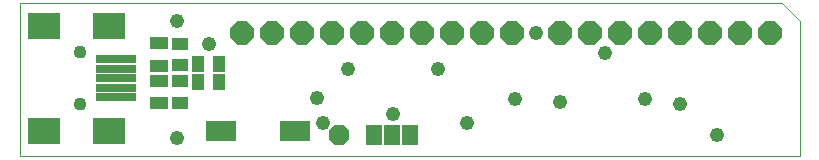
<source format=gts>
G75*
%MOIN*%
%OFA0B0*%
%FSLAX25Y25*%
%IPPOS*%
%LPD*%
%AMOC8*
5,1,8,0,0,1.08239X$1,22.5*
%
%ADD10C,0.00000*%
%ADD11R,0.05524X0.03950*%
%ADD12R,0.03950X0.05524*%
%ADD13R,0.10643X0.08674*%
%ADD14R,0.13792X0.02769*%
%ADD15C,0.04343*%
%ADD16R,0.09855X0.07099*%
%ADD17R,0.06312X0.04343*%
%ADD18OC8,0.07800*%
%ADD19R,0.05400X0.07100*%
%ADD20OC8,0.06800*%
%ADD21C,0.04800*%
D10*
X0004478Y0001500D02*
X0004478Y0052511D01*
X0258478Y0052500D01*
X0258589Y0052411D01*
X0264479Y0046511D01*
X0264479Y0001500D01*
X0004478Y0001500D01*
X0022706Y0018839D02*
X0022708Y0018923D01*
X0022714Y0019006D01*
X0022724Y0019089D01*
X0022738Y0019172D01*
X0022755Y0019254D01*
X0022777Y0019335D01*
X0022802Y0019414D01*
X0022831Y0019493D01*
X0022864Y0019570D01*
X0022900Y0019645D01*
X0022940Y0019719D01*
X0022983Y0019791D01*
X0023030Y0019860D01*
X0023080Y0019927D01*
X0023133Y0019992D01*
X0023189Y0020054D01*
X0023247Y0020114D01*
X0023309Y0020171D01*
X0023373Y0020224D01*
X0023440Y0020275D01*
X0023509Y0020322D01*
X0023580Y0020367D01*
X0023653Y0020407D01*
X0023728Y0020444D01*
X0023805Y0020478D01*
X0023883Y0020508D01*
X0023962Y0020534D01*
X0024043Y0020557D01*
X0024125Y0020575D01*
X0024207Y0020590D01*
X0024290Y0020601D01*
X0024373Y0020608D01*
X0024457Y0020611D01*
X0024541Y0020610D01*
X0024624Y0020605D01*
X0024708Y0020596D01*
X0024790Y0020583D01*
X0024872Y0020567D01*
X0024953Y0020546D01*
X0025034Y0020522D01*
X0025112Y0020494D01*
X0025190Y0020462D01*
X0025266Y0020426D01*
X0025340Y0020387D01*
X0025412Y0020345D01*
X0025482Y0020299D01*
X0025550Y0020250D01*
X0025615Y0020198D01*
X0025678Y0020143D01*
X0025738Y0020085D01*
X0025796Y0020024D01*
X0025850Y0019960D01*
X0025902Y0019894D01*
X0025950Y0019826D01*
X0025995Y0019755D01*
X0026036Y0019682D01*
X0026075Y0019608D01*
X0026109Y0019532D01*
X0026140Y0019454D01*
X0026167Y0019375D01*
X0026191Y0019294D01*
X0026210Y0019213D01*
X0026226Y0019131D01*
X0026238Y0019048D01*
X0026246Y0018964D01*
X0026250Y0018881D01*
X0026250Y0018797D01*
X0026246Y0018714D01*
X0026238Y0018630D01*
X0026226Y0018547D01*
X0026210Y0018465D01*
X0026191Y0018384D01*
X0026167Y0018303D01*
X0026140Y0018224D01*
X0026109Y0018146D01*
X0026075Y0018070D01*
X0026036Y0017996D01*
X0025995Y0017923D01*
X0025950Y0017852D01*
X0025902Y0017784D01*
X0025850Y0017718D01*
X0025796Y0017654D01*
X0025738Y0017593D01*
X0025678Y0017535D01*
X0025615Y0017480D01*
X0025550Y0017428D01*
X0025482Y0017379D01*
X0025412Y0017333D01*
X0025340Y0017291D01*
X0025266Y0017252D01*
X0025190Y0017216D01*
X0025112Y0017184D01*
X0025034Y0017156D01*
X0024953Y0017132D01*
X0024872Y0017111D01*
X0024790Y0017095D01*
X0024708Y0017082D01*
X0024624Y0017073D01*
X0024541Y0017068D01*
X0024457Y0017067D01*
X0024373Y0017070D01*
X0024290Y0017077D01*
X0024207Y0017088D01*
X0024125Y0017103D01*
X0024043Y0017121D01*
X0023962Y0017144D01*
X0023883Y0017170D01*
X0023805Y0017200D01*
X0023728Y0017234D01*
X0023653Y0017271D01*
X0023580Y0017311D01*
X0023509Y0017356D01*
X0023440Y0017403D01*
X0023373Y0017454D01*
X0023309Y0017507D01*
X0023247Y0017564D01*
X0023189Y0017624D01*
X0023133Y0017686D01*
X0023080Y0017751D01*
X0023030Y0017818D01*
X0022983Y0017887D01*
X0022940Y0017959D01*
X0022900Y0018033D01*
X0022864Y0018108D01*
X0022831Y0018185D01*
X0022802Y0018264D01*
X0022777Y0018343D01*
X0022755Y0018424D01*
X0022738Y0018506D01*
X0022724Y0018589D01*
X0022714Y0018672D01*
X0022708Y0018755D01*
X0022706Y0018839D01*
X0022706Y0036161D02*
X0022708Y0036245D01*
X0022714Y0036328D01*
X0022724Y0036411D01*
X0022738Y0036494D01*
X0022755Y0036576D01*
X0022777Y0036657D01*
X0022802Y0036736D01*
X0022831Y0036815D01*
X0022864Y0036892D01*
X0022900Y0036967D01*
X0022940Y0037041D01*
X0022983Y0037113D01*
X0023030Y0037182D01*
X0023080Y0037249D01*
X0023133Y0037314D01*
X0023189Y0037376D01*
X0023247Y0037436D01*
X0023309Y0037493D01*
X0023373Y0037546D01*
X0023440Y0037597D01*
X0023509Y0037644D01*
X0023580Y0037689D01*
X0023653Y0037729D01*
X0023728Y0037766D01*
X0023805Y0037800D01*
X0023883Y0037830D01*
X0023962Y0037856D01*
X0024043Y0037879D01*
X0024125Y0037897D01*
X0024207Y0037912D01*
X0024290Y0037923D01*
X0024373Y0037930D01*
X0024457Y0037933D01*
X0024541Y0037932D01*
X0024624Y0037927D01*
X0024708Y0037918D01*
X0024790Y0037905D01*
X0024872Y0037889D01*
X0024953Y0037868D01*
X0025034Y0037844D01*
X0025112Y0037816D01*
X0025190Y0037784D01*
X0025266Y0037748D01*
X0025340Y0037709D01*
X0025412Y0037667D01*
X0025482Y0037621D01*
X0025550Y0037572D01*
X0025615Y0037520D01*
X0025678Y0037465D01*
X0025738Y0037407D01*
X0025796Y0037346D01*
X0025850Y0037282D01*
X0025902Y0037216D01*
X0025950Y0037148D01*
X0025995Y0037077D01*
X0026036Y0037004D01*
X0026075Y0036930D01*
X0026109Y0036854D01*
X0026140Y0036776D01*
X0026167Y0036697D01*
X0026191Y0036616D01*
X0026210Y0036535D01*
X0026226Y0036453D01*
X0026238Y0036370D01*
X0026246Y0036286D01*
X0026250Y0036203D01*
X0026250Y0036119D01*
X0026246Y0036036D01*
X0026238Y0035952D01*
X0026226Y0035869D01*
X0026210Y0035787D01*
X0026191Y0035706D01*
X0026167Y0035625D01*
X0026140Y0035546D01*
X0026109Y0035468D01*
X0026075Y0035392D01*
X0026036Y0035318D01*
X0025995Y0035245D01*
X0025950Y0035174D01*
X0025902Y0035106D01*
X0025850Y0035040D01*
X0025796Y0034976D01*
X0025738Y0034915D01*
X0025678Y0034857D01*
X0025615Y0034802D01*
X0025550Y0034750D01*
X0025482Y0034701D01*
X0025412Y0034655D01*
X0025340Y0034613D01*
X0025266Y0034574D01*
X0025190Y0034538D01*
X0025112Y0034506D01*
X0025034Y0034478D01*
X0024953Y0034454D01*
X0024872Y0034433D01*
X0024790Y0034417D01*
X0024708Y0034404D01*
X0024624Y0034395D01*
X0024541Y0034390D01*
X0024457Y0034389D01*
X0024373Y0034392D01*
X0024290Y0034399D01*
X0024207Y0034410D01*
X0024125Y0034425D01*
X0024043Y0034443D01*
X0023962Y0034466D01*
X0023883Y0034492D01*
X0023805Y0034522D01*
X0023728Y0034556D01*
X0023653Y0034593D01*
X0023580Y0034633D01*
X0023509Y0034678D01*
X0023440Y0034725D01*
X0023373Y0034776D01*
X0023309Y0034829D01*
X0023247Y0034886D01*
X0023189Y0034946D01*
X0023133Y0035008D01*
X0023080Y0035073D01*
X0023030Y0035140D01*
X0022983Y0035209D01*
X0022940Y0035281D01*
X0022900Y0035355D01*
X0022864Y0035430D01*
X0022831Y0035507D01*
X0022802Y0035586D01*
X0022777Y0035665D01*
X0022755Y0035746D01*
X0022738Y0035828D01*
X0022724Y0035911D01*
X0022714Y0035994D01*
X0022708Y0036077D01*
X0022706Y0036161D01*
D11*
X0057978Y0038943D03*
X0057978Y0031857D03*
X0057978Y0026443D03*
X0057978Y0019357D03*
D12*
X0063935Y0026200D03*
X0071022Y0026200D03*
X0071022Y0032100D03*
X0063935Y0032100D03*
D13*
X0034321Y0045020D03*
X0012667Y0045020D03*
X0012667Y0009980D03*
X0034321Y0009980D03*
D14*
X0036683Y0021201D03*
X0036683Y0024350D03*
X0036683Y0027500D03*
X0036683Y0030650D03*
X0036683Y0033799D03*
D15*
X0024478Y0036161D03*
X0024478Y0018839D03*
D16*
X0071577Y0010000D03*
X0096380Y0010000D03*
D17*
X0050978Y0019160D03*
X0050978Y0026640D03*
X0050978Y0031660D03*
X0050978Y0039140D03*
D18*
X0078478Y0042500D03*
X0088478Y0042500D03*
X0098478Y0042500D03*
X0108478Y0042500D03*
X0118478Y0042500D03*
X0128478Y0042500D03*
X0138478Y0042500D03*
X0148478Y0042500D03*
X0158478Y0042500D03*
X0168478Y0042500D03*
X0184478Y0042500D03*
X0194478Y0042500D03*
X0204478Y0042500D03*
X0214478Y0042500D03*
X0224478Y0042500D03*
X0234478Y0042500D03*
X0244478Y0042500D03*
X0254478Y0042500D03*
D19*
X0134778Y0008700D03*
X0128778Y0008700D03*
X0122778Y0008700D03*
D20*
X0110978Y0008600D03*
D21*
X0105478Y0012500D03*
X0128978Y0015500D03*
X0153478Y0012500D03*
X0184478Y0019500D03*
X0169478Y0020500D03*
X0212978Y0020500D03*
X0224478Y0019000D03*
X0236978Y0008500D03*
X0143978Y0030500D03*
X0113978Y0030500D03*
X0067478Y0039000D03*
X0056978Y0046500D03*
X0176478Y0042500D03*
X0199478Y0036000D03*
X0103478Y0021000D03*
X0056978Y0007500D03*
M02*

</source>
